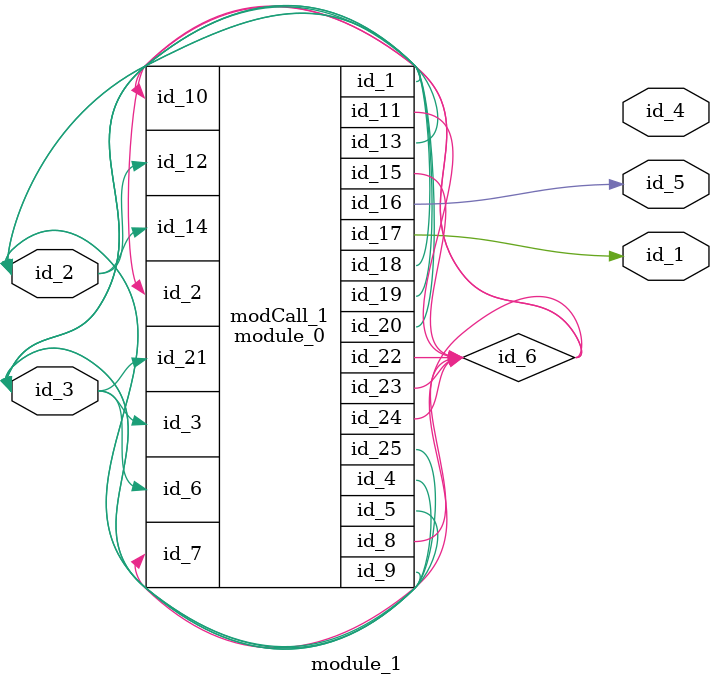
<source format=v>
module module_0 (
    id_1,
    id_2,
    id_3,
    id_4,
    id_5,
    id_6,
    id_7,
    id_8,
    id_9,
    id_10,
    id_11,
    id_12,
    id_13,
    id_14,
    id_15,
    id_16,
    id_17,
    id_18,
    id_19,
    id_20,
    id_21,
    id_22,
    id_23,
    id_24,
    id_25
);
  output wire id_25;
  inout wire id_24;
  inout wire id_23;
  inout wire id_22;
  input wire id_21;
  inout wire id_20;
  output wire id_19;
  inout wire id_18;
  output wire id_17;
  output wire id_16;
  inout wire id_15;
  input wire id_14;
  inout wire id_13;
  input wire id_12;
  inout wire id_11;
  input wire id_10;
  inout wire id_9;
  inout wire id_8;
  input wire id_7;
  input wire id_6;
  inout wire id_5;
  inout wire id_4;
  input wire id_3;
  input wire id_2;
  inout wire id_1;
  assign id_9 = 1;
endmodule
module module_1 (
    id_1,
    id_2,
    id_3,
    id_4,
    id_5
);
  output wire id_5;
  output wire id_4;
  inout wire id_3;
  inout wire id_2;
  output wire id_1;
  wire id_6;
  module_0 modCall_1 (
      id_3,
      id_6,
      id_3,
      id_2,
      id_3,
      id_3,
      id_6,
      id_6,
      id_3,
      id_6,
      id_6,
      id_2,
      id_2,
      id_2,
      id_6,
      id_5,
      id_1,
      id_3,
      id_3,
      id_2,
      id_3,
      id_6,
      id_6,
      id_6,
      id_2
  );
endmodule

</source>
